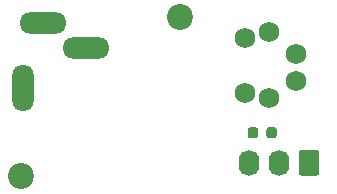
<source format=gbs>
G04 #@! TF.GenerationSoftware,KiCad,Pcbnew,5.1.8-db9833491~87~ubuntu20.04.1*
G04 #@! TF.CreationDate,2020-12-04T00:25:50+00:00*
G04 #@! TF.ProjectId,LEDsupply,4c454473-7570-4706-9c79-2e6b69636164,rev?*
G04 #@! TF.SameCoordinates,Original*
G04 #@! TF.FileFunction,Soldermask,Bot*
G04 #@! TF.FilePolarity,Negative*
%FSLAX46Y46*%
G04 Gerber Fmt 4.6, Leading zero omitted, Abs format (unit mm)*
G04 Created by KiCad (PCBNEW 5.1.8-db9833491~87~ubuntu20.04.1) date 2020-12-04 00:25:50*
%MOMM*%
%LPD*%
G01*
G04 APERTURE LIST*
%ADD10O,1.740000X2.200000*%
%ADD11C,2.200000*%
%ADD12C,1.750000*%
%ADD13O,4.000000X1.800000*%
%ADD14O,1.800000X4.000000*%
G04 APERTURE END LIST*
D10*
G04 #@! TO.C,JP3*
X138430000Y-102235000D03*
X140970000Y-102235000D03*
G36*
G01*
X144380000Y-101384999D02*
X144380000Y-103085001D01*
G75*
G02*
X144130001Y-103335000I-249999J0D01*
G01*
X142889999Y-103335000D01*
G75*
G02*
X142640000Y-103085001I0J249999D01*
G01*
X142640000Y-101384999D01*
G75*
G02*
X142889999Y-101135000I249999J0D01*
G01*
X144130001Y-101135000D01*
G75*
G02*
X144380000Y-101384999I0J-249999D01*
G01*
G37*
G04 #@! TD*
D11*
G04 #@! TO.C,H2*
X119126000Y-103378000D03*
G04 #@! TD*
G04 #@! TO.C,H1*
X132588000Y-89916000D03*
G04 #@! TD*
G04 #@! TO.C,R5*
G36*
G01*
X139897500Y-99951250D02*
X139897500Y-99438750D01*
G75*
G02*
X140116250Y-99220000I218750J0D01*
G01*
X140553750Y-99220000D01*
G75*
G02*
X140772500Y-99438750I0J-218750D01*
G01*
X140772500Y-99951250D01*
G75*
G02*
X140553750Y-100170000I-218750J0D01*
G01*
X140116250Y-100170000D01*
G75*
G02*
X139897500Y-99951250I0J218750D01*
G01*
G37*
G36*
G01*
X138322500Y-99951250D02*
X138322500Y-99438750D01*
G75*
G02*
X138541250Y-99220000I218750J0D01*
G01*
X138978750Y-99220000D01*
G75*
G02*
X139197500Y-99438750I0J-218750D01*
G01*
X139197500Y-99951250D01*
G75*
G02*
X138978750Y-100170000I-218750J0D01*
G01*
X138541250Y-100170000D01*
G75*
G02*
X138322500Y-99951250I0J218750D01*
G01*
G37*
G04 #@! TD*
D12*
G04 #@! TO.C,JP2*
X142400000Y-95280000D03*
X142400000Y-92980000D03*
X140100000Y-96780000D03*
X140100000Y-91180000D03*
X138100000Y-96280000D03*
X138100000Y-91680000D03*
G04 #@! TD*
D13*
G04 #@! TO.C,JP1*
X121010001Y-90380000D03*
X124610001Y-92480000D03*
D14*
X119310001Y-95880000D03*
G04 #@! TD*
M02*

</source>
